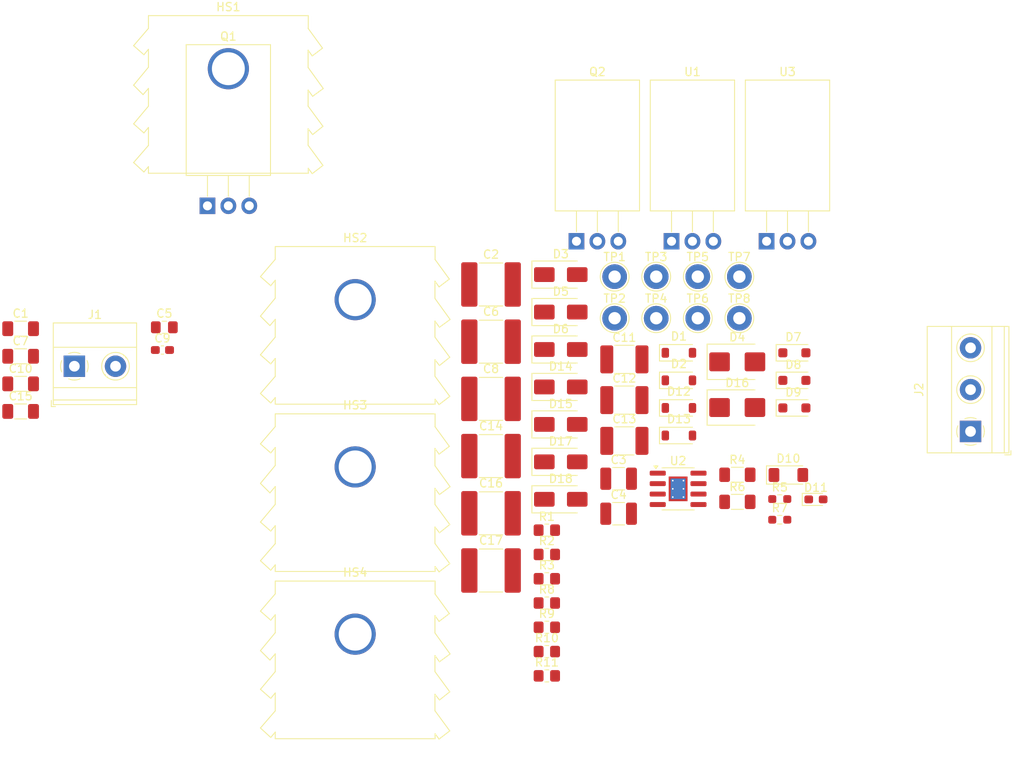
<source format=kicad_pcb>
(kicad_pcb (version 20240108) (generator "pcbnew") (generator_version "8.0")
  (layers (0 "F.Cu" signal) (31 "B.Cu" signal) (34 "B.Paste" user) (35 "F.Paste" user) (36 "B.SilkS" user "B.Silkscreen") (37 "F.SilkS" user "F.Silkscreen") (38 "B.Mask" user) (39 "F.Mask" user) (44 "Edge.Cuts" user))
  (net 0 "")
  (net 1 "Net-(D1-K)")
  (net 2 "GND1")
  (net 3 "GND")
  (net 4 "/+24v")
  (net 5 "Net-(D5-A)")
  (net 6 "+48V")
  (net 7 "/+HVDC")
  (net 8 "/-HVDC")
  (net 9 "GND2")
  (net 10 "Net-(D10-K)")
  (net 11 "Net-(D12-A)")
  (net 12 "Net-(D17-K)")
  (net 13 "-48V")
  (net 14 "Net-(D1-A)")
  (net 15 "Net-(D4-K)")
  (net 16 "Net-(D7-A)")
  (net 17 "Net-(D8-A)")
  (net 18 "Net-(D9-A)")
  (net 19 "Net-(D10-A)")
  (net 20 "Net-(D11-K)")
  (net 21 "Net-(D12-K)")
  (net 22 "Net-(D16-A)")
  (net 27 "Net-(Q1-E)")
  (net 28 "Net-(Q2-E)")
  (net 29 "Net-(C7-Pad2)")
  (net 30 "Net-(U2-SW)")
  (net 31 "Net-(U2-TC)")
  (net 32 "Net-(U2-RREF)")
  (net 33 "Net-(U2-RFB)")
  (net 34 "Net-(U2-INTVCC)")
  (footprint "Capacitor_SMD:C_1206_3216Metric_Pad1.33x1.80mm_HandSolder" (layer "F.Cu") (at 64.804 76.513)
    (property "Reference" "C10" (at 0 -1.85 0) (layer "F.SilkS"))
    (property "Value" "0.05u")
    (pad "1" smd roundrect (at -1.5625 0) (size 1.325 1.8) (layers "F.Cu" "F.Paste" "F.Mask") (roundrect_rratio 0.188679) (net 8 "/-HVDC"))
    (pad "2" smd roundrect (at 1.5625 0) (size 1.325 1.8) (layers "F.Cu" "F.Paste" "F.Mask") (roundrect_rratio 0.188679) (net 2 "GND1"))
  )
  (footprint "Resistor_SMD:R_1206_3216Metric_Pad1.30x1.75mm_HandSolder" (layer "F.Cu") (at 151.886 90.851)
    (property "Reference" "R6" (at 0 -1.82 0) (layer "F.SilkS"))
    (property "Value" "R")
    (pad "1" smd roundrect (at -1.55 0) (size 1.3 1.75) (layers "F.Cu" "F.Paste" "F.Mask") (roundrect_rratio 0.192308) (net 30 "Net-(U2-SW)"))
    (pad "2" smd roundrect (at 1.55 0) (size 1.3 1.75) (layers "F.Cu" "F.Paste" "F.Mask") (roundrect_rratio 0.192308) (net 33 "Net-(U2-RFB)"))
  )
  (footprint "Capacitor_SMD:C_0603_1608Metric_Pad1.08x0.95mm_HandSolder" (layer "F.Cu") (at 82.034 72.403)
    (property "Reference" "C9" (at 0 -1.43 0) (layer "F.SilkS"))
    (property "Value" "0.01u")
    (pad "1" smd roundrect (at -0.8625 0) (size 1.075 0.95) (layers "F.Cu" "F.Paste" "F.Mask") (net 32 "Net-(U2-RREF)"))
    (pad "2" smd roundrect (at 0.8625 0) (size 1.075 0.95) (layers "F.Cu" "F.Paste" "F.Mask") (net 3 "GND"))
  )
  (footprint "Diode_SMD:D_SOD-123F" (layer "F.Cu") (at 158.811 76.091)
    (property "Reference" "D8" (at -0.127 -1.905 0) (layer "F.SilkS"))
    (property "Value" "CMMR1U-08")
    (pad "1" smd roundrect (at -1.4 0) (size 1.1 1.1) (layers "F.Cu" "F.Paste" "F.Mask") (roundrect_rratio 0.2272727273) (net 2 "GND1"))
    (pad "2" smd roundrect (at 1.4 0) (size 1.1 1.1) (layers "F.Cu" "F.Paste" "F.Mask") (roundrect_rratio 0.2272727273) (net 17 "Net-(D8-A)"))
  )
  (footprint "TestPoint:TestPoint_THTPad_D3.0mm_Drill1.5mm" (layer "F.Cu") (at 152.126 63.491)
    (property "Reference" "TP7" (at 0 -2.398 0) (layer "F.SilkS"))
    (property "Value" "TestPoint")
    (pad "1" thru_hole circle (at 0 0) (size 3 3) (drill 1.5) (layers "*.Cu" "*.Mask") (net 2 "GND1"))
  )
  (footprint "Diode_SMD:D_SMA" (layer "F.Cu") (at 130.431 85.991)
    (property "Reference" "D17" (at 0 -2.5 0) (layer "F.SilkS"))
    (property "Value" "MRA4003T3G")
    (pad "1" smd roundrect (at -2 0) (size 2.5 1.8) (layers "F.Cu" "F.Paste" "F.Mask") (roundrect_rratio 0.1388888889) (net 12 "Net-(D17-K)"))
    (pad "2" smd roundrect (at 2 0) (size 2.5 1.8) (layers "F.Cu" "F.Paste" "F.Mask") (roundrect_rratio 0.1388888889) (net 13 "-48V"))
  )
  (footprint "Diode_SMD:D_SMA" (layer "F.Cu") (at 130.431 63.241)
    (property "Reference" "D3" (at 0 -2.5 0) (layer "F.SilkS"))
    (property "Value" "MRA4003T3G")
    (pad "1" smd roundrect (at -2 0) (size 2.5 1.8) (layers "F.Cu" "F.Paste" "F.Mask") (roundrect_rratio 0.1388888889) (net 7 "/+HVDC"))
    (pad "2" smd roundrect (at 2 0) (size 2.5 1.8) (layers "F.Cu" "F.Paste" "F.Mask") (roundrect_rratio 0.1388888889) (net 6 "+48V"))
  )
  (footprint "Diode_SMD:D_SMB" (layer "F.Cu") (at 151.871 79.391)
    (property "Reference" "D16" (at 0 -3 0) (layer "F.SilkS"))
    (property "Value" "SMBJ5370B-TP")
    (pad "1" smd roundrect (at -2.15 0) (size 2.5 2.3) (layers "F.Cu" "F.Paste" "F.Mask") (roundrect_rratio 0.1086956522) (net 13 "-48V"))
    (pad "2" smd roundrect (at 2.15 0) (size 2.5 2.3) (layers "F.Cu" "F.Paste" "F.Mask") (roundrect_rratio 0.1086956522) (net 22 "Net-(D16-A)"))
  )
  (footprint "Capacitor_SMD:C_2220_5750Metric_Pad1.97x5.40mm_HandSolder" (layer "F.Cu") (at 121.956 78.341)
    (property "Reference" "C8" (at 0 -3.65 0) (layer "F.SilkS"))
    (property "Value" "10u")
    (pad "1" smd roundrect (at -2.6375 0) (size 1.975 5.4) (layers "F.Cu" "F.Paste" "F.Mask") (roundrect_rratio 0.126582) (net 6 "+48V"))
    (pad "2" smd roundrect (at 2.6375 0) (size 1.975 5.4) (layers "F.Cu" "F.Paste" "F.Mask") (roundrect_rratio 0.126582) (net 2 "GND1"))
  )
  (footprint "Capacitor_SMD:C_0805_2012Metric_Pad1.18x1.45mm_HandSolder" (layer "F.Cu") (at 82.264 69.643)
    (property "Reference" "C5" (at 0 -1.68 0) (layer "F.SilkS"))
    (property "Value" "1u")
    (pad "1" smd roundrect (at -1.0375 0) (size 1.175 1.45) (layers "F.Cu" "F.Paste" "F.Mask") (roundrect_rratio 0.212766) (net 34 "Net-(U2-INTVCC)"))
    (pad "2" smd roundrect (at 1.0375 0) (size 1.175 1.45) (layers "F.Cu" "F.Paste" "F.Mask") (roundrect_rratio 0.212766) (net 3 "GND"))
  )
  (footprint "Diode_SMD:D_MiniMELF" (layer "F.Cu") (at 158.081 87.586)
    (property "Reference" "D10" (at 0 -2 0) (layer "F.SilkS"))
    (property "Value" "BZV55B43")
    (pad "1" smd roundrect (at -1.75 0) (size 1.3 1.7) (layers "F.Cu" "F.Paste" "F.Mask") (roundrect_rratio 0.1923076923) (net 10 "Net-(D10-K)"))
    (pad "2" smd roundrect (at 1.75 0) (size 1.3 1.7) (layers "F.Cu" "F.Paste" "F.Mask") (roundrect_rratio 0.1923076923) (net 19 "Net-(D10-A)"))
  )
  (footprint "TestPoint:TestPoint_THTPad_D3.0mm_Drill1.5mm" (layer "F.Cu") (at 142.026 68.541)
    (property "Reference" "TP4" (at 0 -2.398 0) (layer "F.SilkS"))
    (property "Value" "TestPoint")
    (pad "1" thru_hole circle (at 0 0) (size 3 3) (drill 1.5) (layers "*.Cu" "*.Mask") (net 2 "GND1"))
  )
  (footprint "TestPoint:TestPoint_THTPad_D3.0mm_Drill1.5mm" (layer "F.Cu") (at 147.076 68.541)
    (property "Reference" "TP6" (at 0 -2.398 0) (layer "F.SilkS"))
    (property "Value" "TestPoint")
    (pad "1" thru_hole circle (at 0 0) (size 3 3) (drill 1.5) (layers "*.Cu" "*.Mask") (net 2 "GND1"))
  )
  (footprint "Resistor_SMD:R_0805_2012Metric_Pad1.20x1.40mm_HandSolder" (layer "F.Cu") (at 128.736 97.241)
    (property "Reference" "R2" (at 0 -1.65 0) (layer "F.SilkS"))
    (property "Value" "5k11/0.5W")
    (pad "1" smd roundrect (at -1 0) (size 1.2 1.4) (layers "F.Cu" "F.Paste" "F.Mask") (roundrect_rratio 0.208333) (net 5 "Net-(D5-A)"))
    (pad "2" smd roundrect (at 1 0) (size 1.2 1.4) (layers "F.Cu" "F.Paste" "F.Mask") (roundrect_rratio 0.208333) (net 2 "GND1"))
  )
  (footprint "Capacitor_SMD:C_1210_3225Metric_Pad1.33x2.70mm_HandSolder" (layer "F.Cu") (at 137.456 92.291)
    (property "Reference" "C4" (at 0 -2.3 0) (layer "F.SilkS"))
    (property "Value" "10u")
    (pad "1" smd roundrect (at -1.5625 0) (size 1.325 2.7) (layers "F.Cu" "F.Paste" "F.Mask") (roundrect_rratio 0.188679) (net 4 "/+24v"))
    (pad "2" smd roundrect (at 1.5625 0) (size 1.325 2.7) (layers "F.Cu" "F.Paste" "F.Mask") (roundrect_rratio 0.188679) (net 3 "GND"))
  )
  (footprint "Capacitor_SMD:C_2220_5750Metric_Pad1.97x5.40mm_HandSolder" (layer "F.Cu") (at 121.956 71.391)
    (property "Reference" "C6" (at 0 -3.65 0) (layer "F.SilkS"))
    (property "Value" "10u")
    (pad "1" smd roundrect (at -2.6375 0) (size 1.975 5.4) (layers "F.Cu" "F.Paste" "F.Mask") (roundrect_rratio 0.126582) (net 5 "Net-(D5-A)"))
    (pad "2" smd roundrect (at 2.6375 0) (size 1.975 5.4) (layers "F.Cu" "F.Paste" "F.Mask") (roundrect_rratio 0.126582) (net 2 "GND1"))
  )
  (footprint "Resistor_SMD:R_0805_2012Metric_Pad1.20x1.40mm_HandSolder" (layer "F.Cu") (at 128.736 111.991)
    (property "Reference" "R11" (at 0 -1.65 0) (layer "F.SilkS"))
    (property "Value" "150/.25W")
    (pad "1" smd roundrect (at -1 0) (size 1.2 1.4) (layers "F.Cu" "F.Paste" "F.Mask") (roundrect_rratio 0.208333) (net 12 "Net-(D17-K)"))
    (pad "2" smd roundrect (at 1 0) (size 1.2 1.4) (layers "F.Cu" "F.Paste" "F.Mask") (roundrect_rratio 0.208333) (net 13 "-48V"))
  )
  (footprint "Capacitor_SMD:C_1812_4532Metric_Pad1.57x3.40mm_HandSolder" (layer "F.Cu") (at 138.156 78.491)
    (property "Reference" "C12" (at 0 -2.65 0) (layer "F.SilkS"))
    (property "Value" "0.22u")
    (pad "1" smd roundrect (at -2.1375 0) (size 1.575 3.4) (layers "F.Cu" "F.Paste" "F.Mask") (roundrect_rratio 0.15873) (net 2 "GND1"))
    (pad "2" smd roundrect (at 2.1375 0) (size 1.575 3.4) (layers "F.Cu" "F.Paste" "F.Mask") (roundrect_rratio 0.15873) (net 8 "/-HVDC"))
  )
  (footprint "TestPoint:TestPoint_THTPad_D3.0mm_Drill1.5mm" (layer "F.Cu") (at 142.026 63.491)
    (property "Reference" "TP3" (at 0 -2.398 0) (layer "F.SilkS"))
    (property "Value" "TestPoint")
    (pad "1" thru_hole circle (at 0 0) (size 3 3) (drill 1.5) (layers "*.Cu" "*.Mask") (net 8 "/-HVDC"))
  )
  (footprint "Diode_SMD:D_SOD-123F" (layer "F.Cu") (at 158.811 72.741)
    (property "Reference" "D7" (at -0.127 -1.905 0) (layer "F.SilkS"))
    (property "Value" "CMMR1U-08")
    (pad "1" smd roundrect (at -1.4 0) (size 1.1 1.1) (layers "F.Cu" "F.Paste" "F.Mask") (roundrect_rratio 0.2272727273) (net 7 "/+HVDC"))
    (pad "2" smd roundrect (at 1.4 0) (size 1.1 1.1) (layers "F.Cu" "F.Paste" "F.Mask") (roundrect_rratio 0.2272727273) (net 16 "Net-(D7-A)"))
  )
  (footprint "Capacitor_SMD:C_1206_3216Metric_Pad1.33x1.80mm_HandSolder" (layer "F.Cu") (at 64.804 73.163)
    (property "Reference" "C7" (at 0 -1.85 0) (layer "F.SilkS"))
    (property "Value" "0.27u")
    (pad "1" smd roundrect (at -1.5625 0) (size 1.325 1.8) (layers "F.Cu" "F.Paste" "F.Mask") (roundrect_rratio 0.188679) (net 4 "/+24v"))
    (pad "2" smd roundrect (at 1.5625 0) (size 1.325 1.8) (layers "F.Cu" "F.Paste" "F.Mask") (roundrect_rratio 0.188679) (net 29 "Net-(C7-Pad2)"))
  )
  (footprint "FLYBACK_LT8304:Heatsink_AAVID_TV5G_TO220_Horizontal" (layer "F.Cu") (at 105.451 86.606)
    (property "Reference" "HS3" (at 0 -7.5 0) (layer "F.SilkS"))
    (property "Value" "TV5G")
    (pad "1" thru_hole circle (at 0 0) (size 5 5) (drill 4) (layers "*.Cu" "*.Mask"))
  )
  (footprint "Resistor_SMD:R_0603_1608Metric_Pad0.98x0.95mm_HandSolder" (layer "F.Cu") (at 157.036 93.021)
    (property "Reference" "R7" (at 0 -1.43 0) (layer "F.SilkS"))
    (property "Value" "10k")
    (pad "1" smd roundrect (at -0.9125 0) (size 0.975 0.95) (layers "F.Cu" "F.Paste" "F.Mask") (net 32 "Net-(U2-RREF)"))
    (pad "2" smd roundrect (at 0.9125 0) (size 0.975 0.95) (layers "F.Cu" "F.Paste" "F.Mask") (net 3 "GND"))
  )
  (footprint "Diode_SMD:D_SOD-123" (layer "F.Cu") (at 144.781 82.791)
    (property "Reference" "D13" (at 0 -2 0) (layer "F.SilkS"))
    (property "Value" "BZT52C10-E3-08")
    (pad "1" smd roundrect (at -1.65 0) (size 0.9 1.2) (layers "F.Cu" "F.Paste" "F.Mask") (net 2 "GND1"))
    (pad "2" smd roundrect (at 1.65 0) (size 0.9 1.2) (layers "F.Cu" "F.Paste" "F.Mask") (net 21 "Net-(D12-K)"))
  )
  (footprint "Resistor_SMD:R_1206_3216Metric_Pad1.30x1.75mm_HandSolder" (layer "F.Cu") (at 151.886 87.561)
    (property "Reference" "R4" (at 0 -1.82 0) (layer "F.SilkS"))
    (property "Value" "100")
    (pad "1" smd roundrect (at -1.55 0) (size 1.3 1.75) (layers "F.Cu" "F.Paste" "F.Mask") (roundrect_rratio 0.192308) (net 29 "Net-(C7-Pad2)"))
    (pad "2" smd roundrect (at 1.55 0) (size 1.3 1.75) (layers "F.Cu" "F.Paste" "F.Mask") (roundrect_rratio 0.192308) (net 30 "Net-(U2-SW)"))
  )
  (footprint "Package_TO_SOT_THT:TO-220-3_Horizontal_TabDown" (layer "F.Cu") (at 87.503 54.887)
    (property "Reference" "Q1" (at 2.54 -20.58 0) (layer "F.SilkS"))
    (property "Value" "TIP120")
    (pad "" np_thru_hole oval (at 2.54 -16.66) (size 3.5 3.5) (drill 3.5) (layers "*.Cu" "*.Mask"))
    (pad "1" thru_hole rect (at 0 0) (size 1.905 2) (drill 1.1) (layers "*.Cu" "*.Mask") (net 1 "Net-(D1-K)"))
    (pad "2" thru_hole oval (at 2.54 0) (size 1.905 2) (drill 1.1) (layers "*.Cu" "*.Mask") (net 7 "/+HVDC"))
    (pad "3" thru_hole oval (at 5.08 0) (size 1.905 2) (drill 1.1) (layers "*.Cu" "*.Mask") (net 27 "Net-(Q1-E)"))
  )
  (footprint "Diode_SMD:D_SMA" (layer "F.Cu") (at 130.431 81.441)
    (property "Reference" "D15" (at 0 -2.5 0) (layer "F.SilkS"))
    (property "Value" "MRA4003T3G")
    (pad "1" smd roundrect (at -2 0) (size 2.5 1.8) (layers "F.Cu" "F.Paste" "F.Mask") (roundrect_rratio 0.1388888889) (net 21 "Net-(D12-K)"))
    (pad "2" smd roundrect (at 2 0) (size 2.5 1.8) (layers "F.Cu" "F.Paste" "F.Mask") (roundrect_rratio 0.1388888889) (net 13 "-48V"))
  )
  (footprint "TestPoint:TestPoint_THTPad_D3.0mm_Drill1.5mm" (layer "F.Cu") (at 147.076 63.491)
    (property "Reference" "TP5" (at 0 -2.398 0) (layer "F.SilkS"))
    (property "Value" "TestPoint")
    (pad "1" thru_hole circle (at 0 0) (size 3 3) (drill 1.5) (layers "*.Cu" "*.Mask") (net 2 "GND1"))
  )
  (footprint "Capacitor_SMD:C_1206_3216Metric_Pad1.33x1.80mm_HandSolder" (layer "F.Cu") (at 64.804 79.863)
    (property "Reference" "C15" (at 0 -1.85 0) (layer "F.SilkS"))
    (property "Value" "1u")
    (pad "1" smd roundrect (at -1.5625 0) (size 1.325 1.8) (layers "F.Cu" "F.Paste" "F.Mask") (roundrect_rratio 0.188679) (net 19 "Net-(D10-A)"))
    (pad "2" smd roundrect (at 1.5625 0) (size 1.325 1.8) (layers "F.Cu" "F.Paste" "F.Mask") (roundrect_rratio 0.188679) (net 9 "GND2"))
  )
  (footprint "Diode_SMD:D_SMA" (layer "F.Cu") (at 130.431 76.891)
    (property "Reference" "D14" (at 0 -2.5 0) (layer "F.SilkS"))
    (property "Value" "MRA4003T3G")
    (pad "1" smd roundrect (at -2 0) (size 2.5 1.8) (layers "F.Cu" "F.Paste" "F.Mask") (roundrect_rratio 0.1388888889) (net 13 "-48V"))
    (pad "2" smd roundrect (at 2 0) (size 2.5 1.8) (layers "F.Cu" "F.Paste" "F.Mask") (roundrect_rratio 0.1388888889) (net 8 "/-HVDC"))
  )
  (footprint "TestPoint:TestPoint_THTPad_D3.0mm_Drill1.5mm" (layer "F.Cu") (at 152.126 68.541)
    (property "Reference" "TP8" (at 0 -2.398 0) (layer "F.SilkS"))
    (property "Value" "TestPoint")
    (pad "1" thru_hole circle (at 0 0) (size 3 3) (drill 1.5) (layers "*.Cu" "*.Mask") (net 13 "-48V"))
  )
  (footprint "Capacitor_SMD:C_1812_4532Metric_Pad1.57x3.40mm_HandSolder" (layer "F.Cu") (at 138.156 73.541)
    (property "Reference" "C11" (at 0 -2.65 0) (layer "F.SilkS"))
    (property "Value" "0.22u")
    (pad "1" smd roundrect (at -2.1375 0) (size 1.575 3.4) (layers "F.Cu" "F.Paste" "F.Mask") (roundrect_rratio 0.15873) (net 7 "/+HVDC"))
    (pad "2" smd roundrect (at 2.1375 0) (size 1.575 3.4) (layers "F.Cu" "F.Paste" "F.Mask") (roundrect_rratio 0.15873) (net 2 "GND1"))
  )
  (footprint "Diode_SMD:D_SMA" (layer "F.Cu") (at 130.431 67.791)
    (property "Reference" "D5" (at 0 -2.5 0) (layer "F.SilkS"))
    (property "Value" "MRA4003T3G")
    (pad "1" smd roundrect (at -2 0) (size 2.5 1.8) (layers "F.Cu" "F.Paste" "F.Mask") (roundrect_rratio 0.1388888889) (net 6 "+48V"))
    (pad "2" smd roundrect (at 2 0) (size 2.5 1.8) (layers "F.Cu" "F.Paste" "F.Mask") (roundrect_rratio 0.1388888889) (net 5 "Net-(D5-A)"))
  )
  (footprint "Resistor_SMD:R_0603_1608Metric_Pad0.98x0.95mm_HandSolder" (layer "F.Cu") (at 157.036 90.511)
    (property "Reference" "R5" (at 0 -1.43 0) (layer "F.SilkS"))
    (property "Value" "100k")
    (pad "1" smd roundrect (at -0.9125 0) (size 0.975 0.95) (layers "F.Cu" "F.Paste" "F.Mask") (net 31 "Net-(U2-TC)"))
    (pad "2" smd roundrect (at 0.9125 0) (size 0.975 0.95) (layers "F.Cu" "F.Paste" "F.Mask") (net 32 "Net-(U2-RREF)"))
  )
  (footprint "Capacitor_SMD:C_2220_5750Metric_Pad1.97x5.40mm_HandSolder" (layer "F.Cu") (at 121.956 64.441)
    (property "Reference" "C2" (at 0 -3.65 0) (layer "F.SilkS"))
    (property "Value" "10u")
    (pad "1" smd roundrect (at -2.6375 0) (size 1.975 5.4) (layers "F.Cu" "F.Paste" "F.Mask") (roundrect_rratio 0.126582) (net 1 "Net-(D1-K)"))
    (pad "2" smd roundrect (at 2.6375 0) (size 1.975 5.4) (layers "F.Cu" "F.Paste" "F.Mask") (roundrect_rratio 0.126582) (net 2 "GND1"))
  )
  (footprint "Resistor_SMD:R_0805_2012Metric_Pad1.20x1.40mm_HandSolder" (layer "F.Cu") (at 128.736 106.091)
    (property "Reference" "R9" (at 0 -1.65 0) (layer "F.SilkS"))
    (property "Value" "560/0.5W")
    (pad "1" smd roundrect (at -1 0) (size 1.2 1.4) (layers "F.Cu" "F.Paste" "F.Mask") (roundrect_rratio 0.208333) (net 20 "Net-(D11-K)"))
    (pad "2" smd roundrect (at 1 0) (size 1.2 1.4) (layers "F.Cu" "F.Paste" "F.Mask") (roundrect_rratio 0.208333) (net 9 "GND2"))
  )
  (footprint "Diode_SMD:D_SMB" (layer "F.Cu") (at 151.871 73.841)
    (property "Reference" "D4" (at 0 -3 0) (layer "F.SilkS"))
    (property "Value" "SMBJ5370B-TP")
    (pad "1" smd roundrect (at -2.15 0) (size 2.5 2.3) (layers "F.Cu" "F.Paste" "F.Mask") (roundrect_rratio 0.1086956522) (net 15 "Net-(D4-K)"))
    (pad "2" smd roundrect (at 2.15 0) (size 2.5 2.3) (layers "F.Cu" "F.Paste" "F.Mask") (roundrect_rratio 0.1086956522) (net 6 "+48V"))
  )
  (footprint "FLYBACK_LT8304:Heatsink_AAVID_TV5G_TO220_Horizontal" (layer "F.Cu") (at 105.451 66.286)
    (property "Reference" "HS2" (at 0 -7.5 0) (layer "F.SilkS"))
    (property "Value" "TV5G")
    (pad "1" thru_hole circle (at 0 0) (size 5 5) (drill 4) (layers "*.Cu" "*.Mask"))
  )
  (footprint "Resistor_SMD:R_0805_2012Metric_Pad1.20x1.40mm_HandSolder" (layer "F.Cu") (at 128.736 109.041)
    (property "Reference" "R10" (at 0 -1.65 0) (layer "F.SilkS"))
    (property "Value" "5k11/0.5W")
    (pad "1" smd roundrect (at -1 0) (size 1.2 1.4) (layers "F.Cu" "F.Paste" "F.Mask") (roundrect_rratio 0.208333) (net 2 "GND1"))
    (pad "2" smd roundrect (at 1 0) (size 1.2 1.4) (layers "F.Cu" "F.Paste" "F.Mask") (roundrect_rratio 0.208333) (net 12 "Net-(D17-K)"))
  )
  (footprint "Resistor_SMD:R_0805_2012Metric_Pad1.20x1.40mm_HandSolder" (layer "F.Cu") (at 128.736 100.191)
    (property "Reference" "R3" (at 0 -1.65 0) (layer "F.SilkS"))
    (property "Value" "150/.25W")
    (pad "1" smd roundrect (at -1 0) (size 1.2 1.4) (layers "F.Cu" "F.Paste" "F.Mask") (roundrect_rratio 0.208333) (net 6 "+48V"))
    (pad "2" smd roundrect (at 1 0) (size 1.2 1.4) (layers "F.Cu" "F.Paste" "F.Mask") (roundrect_rratio 0.208333) (net 5 "Net-(D5-A)"))
  )
  (footprint "Resistor_SMD:R_0805_2012Metric_Pad1.20x1.40mm_HandSolder" (layer "F.Cu") (at 128.736 103.141)
    (property "Reference" "R8" (at 0 -1.65 0) (layer "F.SilkS"))
    (property "Value" "3k/.25W")
    (pad "1" smd roundrect (at -1 0) (size 1.2 1.4) (layers "F.Cu" "F.Paste" "F.Mask") (roundrect_rratio 0.208333) (net 8 "/-HVDC"))
    (pad "2" smd roundrect (at 1 0) (size 1.2 1.4) (layers "F.Cu" "F.Paste" "F.Mask") (roundrect_rratio 0.208333) (net 11 "Net-(D12-A)"))
  )
  (footprint "Capacitor_SMD:C_2220_5750Metric_Pad1.97x5.40mm_HandSolder" (layer "F.Cu") (at 121.956 99.191)
    (property "Reference" "C17" (at 0 -3.65 0) (layer "F.SilkS"))
    (property "Value" "10u")
    (pad "1" smd roundrect (at -2.6375 0) (size 1.975 5.4) (layers "F.Cu" "F.Paste" "F.Mask") (roundrect_rratio 0.126582) (net 2 "GND1"))
    (pad "2" smd roundrect (at 2.6375 0) (size 1.975 5.4) (layers "F.Cu" "F.Paste" "F.Mask") (roundrect_rratio 0.126582) (net 13 "-48V"))
  )
  (footprint "Diode_SMD:D_SOD-123" (layer "F.Cu") (at 144.781 76.091)
    (property "Reference" "D2" (at 0 -2 0) (layer "F.SilkS"))
    (property "Value" "BZT52C10-E3-08")
    (pad "1" smd roundrect (at -1.65 0) (size 0.9 1.2) (layers "F.Cu" "F.Paste" "F.Mask") (net 14 "Net-(D1-A)"))
    (pad "2" smd roundrect (at 1.65 0) (size 0.9 1.2) (layers "F.Cu" "F.Paste" "F.Mask") (net 2 "GND1"))
  )
  (footprint "TestPoint:TestPoint_THTPad_D3.0mm_Drill1.5mm" (layer "F.Cu") (at 136.976 68.541)
    (property "Reference" "TP2" (at 0 -2.398 0) (layer "F.SilkS"))
    (property "Value" "TestPoint")
    (pad "1" thru_hole circle (at 0 0) (size 3 3) (drill 1.5) (layers "*.Cu" "*.Mask") (net 7 "/+HVDC"))
  )
  (footprint "Diode_SMD:D_SOD-123" (layer "F.Cu") (at 144.781 72.741)
    (property "Reference" "D1" (at 0 -2 0) (layer "F.SilkS"))
    (property "Value" "MMSZ5260BT1G")
    (pad "1" smd roundrect (at -1.65 0) (size 0.9 1.2) (layers "F.Cu" "F.Paste" "F.Mask") (net 1 "Net-(D1-K)"))
    (pad "2" smd roundrect (at 1.65 0) (size 0.9 1.2) (layers "F.Cu" "F.Paste" "F.Mask") (net 14 "Net-(D1-A)"))
  )
  (footprint "Package_SO:SOIC-8-1EP_3.9x4.9mm_P1.27mm_EP2.29x3mm_ThermalVias" (layer "F.Cu") (at 144.686 89.271)
    (property "Reference" "U2" (at 0 -3.4 0) (layer "F.SilkS"))
    (property "Value" "LT8304")
    (pad "1" smd roundrect (at -2.475 -1.905) (size 1.95 0.6) (layers "F.Cu" "F.Paste" "F.Mask") (net 4 "/+24v"))
    (pad "2" smd roundrect (at -2.475 -0.635) (size 1.95 0.6) (layers "F.Cu" "F.Paste" "F.Mask") (net 34 "Net-(U2-INTVCC)"))
    (pad "3" smd roundrect (at -2.475 0.635) (size 1.95 0.6) (layers "F.Cu" "F.Paste" "F.Mask") (net 4 "/+24v"))
    (pad "4" smd roundrect (at -2.475 1.905) (size 1.95 0.6) (layers "F.Cu" "F.Paste" "F.Mask") (net 3 "GND"))
    (pad "5" smd roundrect (at 2.475 1.905) (size 1.95 0.6) (layers "F.Cu" "F.Paste" "F.Mask") (net 30 "Net-(U2-SW)"))
    (pad "6" smd roundrect (at 2.475 0.635) (size 1.95 0.6) (layers "F.Cu" "F.Paste" "F.Mask") (net 33 "Net-(U2-RFB)"))
    (pad "7" smd roundrect (at 2.475 -0.635) (size 1.95 0.6) (layers "F.Cu" "F.Paste" "F.Mask") (net 32 "Net-(U2-RREF)"))
    (pad "8" smd roundrect (at 2.475 -1.905) (size 1.95 0.6) (layers "F.Cu" "F.Paste" "F.Mask") (net 31 "Net-(U2-TC)"))
    (pad "9" thru_hole circle (at -0.65 -1) (size 0.5 0.5) (drill 0.2) (property pad_prop_heatsink) (layers "*.Cu") (net 3 "GND"))
    (pad "9" thru_hole circle (at -0.65 0) (size 0.5 0.5) (drill 0.2) (property pad_prop_heatsink) (layers "*.Cu") (net 3 "GND"))
    (pad "9" thru_hole circle (at -0.65 1) (size 0.5 0.5) (drill 0.2) (property pad_prop_heatsink) (layers "*.Cu") (net 3 "GND"))
    (pad "9" smd rect (at 0 0) (size 1.8 2.5) (property pad_prop_heatsink) (layers "B.Cu") (net 3 "GND"))
    (pad "9" smd rect (at 0 0) (size 2.29 3) (property pad_prop_heatsink) (layers "F.Cu" "F.Mask") (net 3 "GND"))
    (pad "9" thru_hole circle (at 0.65 -1) (size 0.5 0.5) (drill 0.2) (property pad_prop_heatsink) (layers "*.Cu") (net 3 "GND"))
    (pad "9" thru_hole circle (at 0.65 0) (size 0.5 0.5) (drill 0.2) (property pad_prop_heatsink) (layers "*.Cu") (net 3 "GND"))
    (pad "9" thru_hole circle (at 0.65 1) (size 0.5 0.5) (drill 0.2) (property pad_prop_heatsink) (layers "*.Cu") (net 3 "GND"))
  )
  (footprint "Diode_SMD:D_SMA" (layer "F.Cu") (at 130.431 72.341)
    (property "Reference" "D6" (at 0 -2.5 0) (layer "F.SilkS"))
    (property "Value" "MRA4003T3G")
    (pad "1" smd roundrect (at -2 0) (size 2.5 1.8) (layers "F.Cu" "F.Paste" "F.Mask") (roundrect_rratio 0.1388888889) (net 6 "+48V"))
    (pad "2" smd roundrect (at 2 0) (size 2.5 1.8) (layers "F.Cu" "F.Paste" "F.Mask") (roundrect_rratio 0.1388888889) (net 2 "GND1"))
  )
  (footprint "Capacitor_SMD:C_1206_3216Metric_Pad1.33x1.80mm_HandSolder" (layer "F.Cu") (at 64.804 69.813)
    (property "Reference" "C1" (at 0 -1.85 0) (layer "F.SilkS"))
    (property "Value" "0.05u")
    (pad "1" smd roundrect (at -1.5625 0) (size 1.325 1.8) (layers "F.Cu" "F.Paste" "F.Mask") (roundrect_rratio 0.188679) (net 7 "/+HVDC"))
    (pad "2" smd roundrect (at 1.5625 0) (size 1.325 1.8) (layers "F.Cu" "F.Paste" "F.Mask") (roundrect_rratio 0.188679) (net 2 "GND1"))
  )
  (footprint "Package_TO_SOT_THT:TO-220-3_Horizontal_TabDown" (layer "F.Cu") (at 155.436 59.191)
    (property "Reference" "U3" (at 2.54 -20.58 0) (layer "F.SilkS"))
    (property "Value" "LM337HV_TO220")
    (pad "" np_thru_hole oval (at 2.54 -16.66) (size 3.5 3.5) (drill 3.5) (layers "*.Cu" "*.Mask"))
    (pad "1" thru_hole rect (at 0 0) (size 1.905 2) (drill 1.1) (layers "*.Cu" "*.Mask") (net 12 "Net-(D17-K)"))
    (pad "2" thru_hole oval (at 2.54 0) (size 1.905 2) (drill 1.1) (layers "*.Cu" "*.Mask") (net 28 "Net-(Q2-E)"))
    (pad "3" thru_hole oval (at 5.08 0) (size 1.905 2) (drill 1.1) (layers "*.Cu" "*.Mask") (net 13 "-48V"))
  )
  (footprint "Capacitor_SMD:C_2220_5750Metric_Pad1.97x5.40mm_HandSolder" (layer "F.Cu") (at 121.956 92.241)
    (property "Reference" "C16" (at 0 -3.65 0) (layer "F.SilkS"))
    (property "Value" "10u")
    (pad "1" smd roundrect (at -2.6375 0) (size 1.975 5.4) (layers "F.Cu" "F.Paste" "F.Mask") (roundrect_rratio 0.126582) (net 2 "GND1"))
    (pad "2" smd roundrect (at 2.6375 0) (size 1.975 5.4) (layers "F.Cu" "F.Paste" "F.Mask") (roundrect_rratio 0.126582) (net 12 "Net-(D17-K)"))
  )
  (footprint "Diode_SMD:D_SOD-123" (layer "F.Cu") (at 144.781 79.441)
    (property "Reference" "D12" (at 0 -2 0) (layer "F.SilkS"))
    (property "Value" "MMSZ5260BT1G")
    (pad "1" smd roundrect (at -1.65 0) (size 0.9 1.2) (layers "F.Cu" "F.Paste" "F.Mask") (net 21 "Net-(D12-K)"))
    (pad "2" smd roundrect (at 1.65 0) (size 0.9 1.2) (layers "F.Cu" "F.Paste" "F.Mask") (net 11 "Net-(D12-A)"))
  )
  (footprint "FLYBACK_LT8304:Heatsink_AAVID_TV5G_TO220_Horizontal" (layer "F.Cu") (at 90.043 38.227)
    (property "Reference" "HS1" (at 0 -7.5 0) (layer "F.SilkS"))
    (property "Value" "TV5G")
    (pad "1" thru_hole circle (at 0 0) (size 5 5) (drill 4) (layers "*.Cu" "*.Mask"))
  )
  (footprint "TerminalBlock_Phoenix:TerminalBlock_Phoenix_MKDS-1,5-2_1x02_P5.00mm_Horizontal" (layer "F.Cu") (at 71.334 74.373)
    (property "Reference" "J1" (at 2.5 -6.26 0) (layer "F.SilkS"))
    (property "Value" "1715721")
    (pad "1" thru_hole rect (at 0 0) (size 2.6 2.6) (drill 1.3) (layers "*.Cu" "*.Mask") (net 4 "/+24v"))
    (pad "2" thru_hole circle (at 5 0) (size 2.6 2.6) (drill 1.3) (layers "*.Cu" "*.Mask") (net 3 "GND"))
  )
  (footprint "Resistor_SMD:R_0805_2012Metric_Pad1.20x1.40mm_HandSolder" (layer "F.Cu") (at 128.736 94.291)
    (property "Reference" "R1" (at 0 -1.65 0) (layer "F.SilkS"))
    (property "Value" "3k/.25W")
    (pad "1" smd roundrect (at -1 0) (size 1.2 1.4) (layers "F.Cu" "F.Paste" "F.Mask") (roundrect_rratio 0.208333) (net 7 "/+HVDC"))
    (pad "2" smd roundrect (at 1 0) (size 1.2 1.4) (layers "F.Cu" "F.Paste" "F.Mask") (roundrect_rratio 0.208333) (net 1 "Net-(D1-K)"))
  )
  (footprint "Capacitor_SMD:C_2220_5750Metric_Pad1.97x5.40mm_HandSolder" (layer "F.Cu") (at 121.956 85.291)
    (property "Reference" "C14" (at 0 -3.65 0) (layer "F.SilkS"))
    (property "Value" "10u")
    (pad "1" smd roundrect (at -2.6375 0) (size 1.975 5.4) (layers "F.Cu" "F.Paste" "F.Mask") (roundrect_rratio 0.126582) (net 11 "Net-(D12-A)"))
    (pad "2" smd roundrect (at 2.6375 0) (size 1.975 5.4) (layers "F.Cu" "F.Paste" "F.Mask") (roundrect_rratio 0.126582) (net 2 "GND1"))
  )
  (footprint "FLYBACK_LT8304:Heatsink_AAVID_TV5G_TO220_Horizontal" (layer "F.Cu") (at 105.451 106.926)
    (property "Reference" "HS4" (at 0 -7.5 0) (layer "F.SilkS"))
    (property "Value" "TV5G")
    (pad "1" thru_hole circle (at 0 0) (size 5 5) (drill 4) (layers "*.Cu" "*.Mask"))
  )
  (footprint "Diode_SMD:D_SMA" (layer "F.Cu") (at 130.431 90.541)
    (property "Reference" "D18" (at 0 -2.5 0) (layer "F.SilkS"))
    (property "Value" "MRA4003T3G")
    (pad "1" smd roundrect (at -2 0) (size 2.5 1.8) (layers "F.Cu" "F.Paste" "F.Mask") (roundrect_rratio 0.1388888889) (net 2 "GND1"))
    (pad "2" smd roundrect (at 2 0) (size 2.5 1.8) (layers "F.Cu" "F.Paste" "F.Mask") (roundrect_rratio 0.1388888889) (net 13 "-48V"))
  )
  (footprint "LED_SMD:LED_0603_1608Metric_Pad1.05x0.95mm_HandSolder" (layer "F.Cu") (at 161.431 90.551)
    (property "Reference" "D11" (at 0 -1.43 0) (layer "F.SilkS"))
    (property "Value" "RED")
    (pad "1" smd roundrect (at -0.875 0) (size 1.05 0.95) (layers "F.Cu" "F.Paste" "F.Mask") (net 20 "Net-(D11-K)"))
    (pad "2" smd roundrect (at 0.875 0) (size 1.05 0.95) (layers "F.Cu" "F.Paste" "F.Mask") (net 19 "Net-(D10-A)"))
  )
  (footprint "Capacitor_SMD:C_1812_4532Metric_Pad1.57x3.40mm_HandSolder" (layer "F.Cu") (at 138.156 83.441)
    (property "Reference" "C13" (at 0 -2.65 0) (layer "F.SilkS"))
    (property "Value" "0.22u")
    (pad "1" smd roundrect (at -2.1375 0) (size 1.575 3.4) (layers "F.Cu" "F.Paste" "F.Mask") (roundrect_rratio 0.15873) (net 10 "Net-(D10-K)"))
    (pad "2" smd roundrect (at 2.1375 0) (size 1.575 3.4) (layers "F.Cu" "F.Paste" "F.Mask") (roundrect_rratio 0.15873) (net 9 "GND2"))
  )
  (footprint "TerminalBlock_Phoenix:TerminalBlock_Phoenix_MKDS-1,5-3-5.08_1x03_P5.08mm_Horizontal" (layer "F.Cu") (at 180.213 82.296 90)
    (property "Reference" "J2" (at 5.08 -6.26 90) (layer "F.SilkS"))
    (property "Value" "1729131")
    (pad "1" thru_hole rect (at 0 0 90) (size 2.6 2.6) (drill 1.3) (layers "*.Cu" "*.Mask") (net 6 "+48V"))
    (pad "2" thru_hole circle (at 5.08 0 90) (size 2.6 2.6) (drill 1.3) (layers "*.Cu" "*.Mask") (net 2 "GND1"))
    (pad "3" thru_hole circle (at 10.16 0 90) (size 2.6 2.6) (drill 1.3) (layers "*.Cu" "*.Mask") (net 13 "-48V"))
  )
  (footprint "Package_TO_SOT_THT:TO-220-3_Horizontal_TabDown" (layer "F.Cu") (at 132.336 59.191)
    (property "Reference" "Q2" (at 2.54 -20.58 0) (layer "F.SilkS"))
    (property "Value" "TIP125")
    (pad "" np_thru_hole oval (at 2.54 -16.66) (size 3.5 3.5) (drill 3.5) (layers "*.Cu" "*.Mask"))
    (pad "1" thru_hole rect (at 0 0) (size 1.905 2) (drill 1.1) (layers "*.Cu" "*.Mask") (net 11 "Net-(D12-A)"))
    (pad "2" thru_hole oval (at 2.54 0) (size 1.905 2) (drill 1.1) (layers "*.Cu" "*.Mask") (net 8 "/-HVDC"))
    (pad "3" thru_hole oval (at 5.08 0) (size 1.905 2) (drill 1.1) (layers "*.Cu" "*.Mask") (net 28 "Net-(Q2-E)"))
  )
  (footprint "Capacitor_SMD:C_1210_3225Metric_Pad1.33x2.70mm_HandSolder" (layer "F.Cu") (at 137.456 88.041)
    (property "Reference" "C3" (at 0 -2.3 0) (layer "F.SilkS"))
    (property "Value" "10u")
    (pad "1" smd roundrect (at -1.5625 0) (size 1.325 2.7) (layers "F.Cu" "F.Paste" "F.Mask") (roundrect_rratio 0.188679) (net 4 "/+24v"))
    (pad "2" smd roundrect (at 1.5625 0) (size 1.325 2.7) (layers "F.Cu" "F.Paste" "F.Mask") (roundrect_rratio 0.188679) (net 3 "GND"))
  )
  (footprint "Diode_SMD:D_SOD-123F" (layer "F.Cu") (at 158.811 79.441)
    (property "Reference" "D9" (at -0.127 -1.905 0) (layer "F.SilkS"))
    (property "Value" "CMMR1U-08")
    (pad "1" smd roundrect (at -1.4 0) (size 1.1 1.1) (layers "F.Cu" "F.Paste" "F.Mask") (roundrect_rratio 0.2272727273) (net 10 "Net-(D10-K)"))
    (pad "2" smd roundrect (at 1.4 0) (size 1.1 1.1) (layers "F.Cu" "F.Paste" "F.Mask") (roundrect_rratio 0.2272727273) (net 18 "Net-(D9-A)"))
  )
  (footprint "TestPoint:TestPoint_THTPad_D3.0mm_Drill1.5mm" (layer "F.Cu") (at 136.976 63.491)
    (property "Reference" "TP1" (at 0 -2.398 0) (layer "F.SilkS"))
    (property "Value" "TestPoint")
    (pad "1" thru_hole circle (at 0 0) (size 3 3) (drill 1.5) (layers "*.Cu" "*.Mask") (net 6 "+48V"))
  )
  (footprint "Package_TO_SOT_THT:TO-220-3_Horizontal_TabDown" (layer "F.Cu") (at 143.886 59.191)
    (property "Reference" "U1" (at 2.54 -20.58 0) (layer "F.SilkS"))
    (property "Value" "LM317HV_TO-220")
    (pad "" np_thru_hole oval (at 2.54 -16.66) (size 3.5 3.5) (drill 3.5) (layers "*.Cu" "*.Mask"))
    (pad "1" thru_hole rect (at 0 0) (size 1.905 2) (drill 1.1) (layers "*.Cu" "*.Mask") (net 5 "Net-(D5-A)"))
    (pad "2" thru_hole oval (at 2.54 0) (size 1.905 2) (drill 1.1) (layers "*.Cu" "*.Mask") (net 6 "+48V"))
    (pad "3" thru_hole oval (at 5.08 0) (size 1.905 2) (drill 1.1) (layers "*.Cu" "*.Mask") (net 27 "Net-(Q1-E)"))
  )
)
</source>
